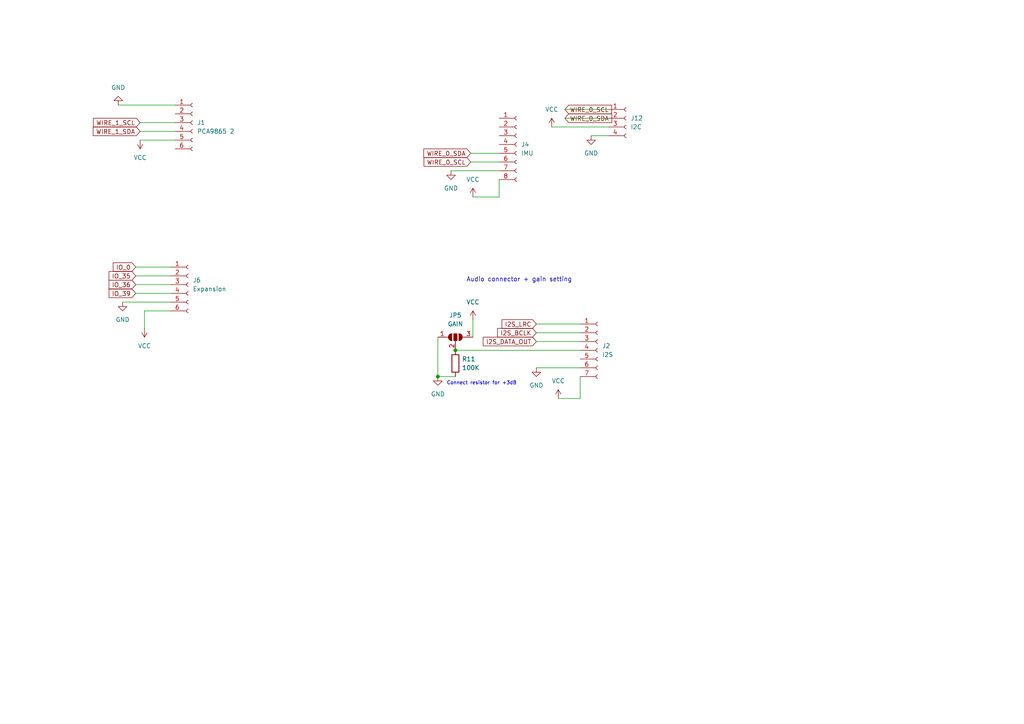
<source format=kicad_sch>
(kicad_sch (version 20211123) (generator eeschema)
  (paper "A4")
  (lib_symbols
    (symbol "Connector:Conn_01x04_Female" (pin_names (offset 1.016) hide)
      (property "Reference" "J" (at 0 5.08 0))
      (property "Value" "Conn_01x04_Female" (at 0 -7.62 0))
      (symbol "Conn_01x04_Female_1_1"
        (arc (start 0 -4.572) (mid -0.508 -5.08) (end 0 -5.588) (stroke (width 0.1524)))
        (arc (start 0 -2.032) (mid -0.508 -2.54) (end 0 -3.048) (stroke (width 0.1524)))
        (polyline (pts (xy -1.27 -5.08) (xy -0.508 -5.08)) (stroke (width 0.1524)))
        (polyline (pts (xy -1.27 -2.54) (xy -0.508 -2.54)) (stroke (width 0.1524)))
        (polyline (pts (xy -1.27 0) (xy -0.508 0)) (stroke (width 0.1524)))
        (polyline (pts (xy -1.27 2.54) (xy -0.508 2.54)) (stroke (width 0.1524)))
        (arc (start 0 0.508) (mid -0.508 0) (end 0 -0.508) (stroke (width 0.1524)))
        (arc (start 0 3.048) (mid -0.508 2.54) (end 0 2.032) (stroke (width 0.1524)))
        (pin passive line (at -5.08 2.54 0) (length 3.81) (name "Pin_1") (number "1"))
        (pin passive line (at -5.08 0 0) (length 3.81) (name "Pin_2") (number "2"))
        (pin passive line (at -5.08 -2.54 0) (length 3.81) (name "Pin_3") (number "3"))
        (pin passive line (at -5.08 -5.08 0) (length 3.81) (name "Pin_4") (number "4"))
      )
    )
    (symbol "Connector:Conn_01x06_Female" (pin_names (offset 1.016) hide)
      (property "Reference" "J" (at 0 7.62 0))
      (property "Value" "Conn_01x06_Female" (at 0 -10.16 0))
      (symbol "Conn_01x06_Female_1_1"
        (arc (start 0 -7.112) (mid -0.508 -7.62) (end 0 -8.128) (stroke (width 0.1524)))
        (arc (start 0 -4.572) (mid -0.508 -5.08) (end 0 -5.588) (stroke (width 0.1524)))
        (arc (start 0 -2.032) (mid -0.508 -2.54) (end 0 -3.048) (stroke (width 0.1524)))
        (polyline (pts (xy -1.27 -7.62) (xy -0.508 -7.62)) (stroke (width 0.1524)))
        (polyline (pts (xy -1.27 -5.08) (xy -0.508 -5.08)) (stroke (width 0.1524)))
        (polyline (pts (xy -1.27 -2.54) (xy -0.508 -2.54)) (stroke (width 0.1524)))
        (polyline (pts (xy -1.27 0) (xy -0.508 0)) (stroke (width 0.1524)))
        (polyline (pts (xy -1.27 2.54) (xy -0.508 2.54)) (stroke (width 0.1524)))
        (polyline (pts (xy -1.27 5.08) (xy -0.508 5.08)) (stroke (width 0.1524)))
        (arc (start 0 0.508) (mid -0.508 0) (end 0 -0.508) (stroke (width 0.1524)))
        (arc (start 0 3.048) (mid -0.508 2.54) (end 0 2.032) (stroke (width 0.1524)))
        (arc (start 0 5.588) (mid -0.508 5.08) (end 0 4.572) (stroke (width 0.1524)))
        (pin passive line (at -5.08 5.08 0) (length 3.81) (name "Pin_1") (number "1"))
        (pin passive line (at -5.08 2.54 0) (length 3.81) (name "Pin_2") (number "2"))
        (pin passive line (at -5.08 0 0) (length 3.81) (name "Pin_3") (number "3"))
        (pin passive line (at -5.08 -2.54 0) (length 3.81) (name "Pin_4") (number "4"))
        (pin passive line (at -5.08 -5.08 0) (length 3.81) (name "Pin_5") (number "5"))
        (pin passive line (at -5.08 -7.62 0) (length 3.81) (name "Pin_6") (number "6"))
      )
    )
    (symbol "Connector:Conn_01x07_Female" (pin_names (offset 1.016) hide)
      (property "Reference" "J" (at 0 10.16 0))
      (property "Value" "Conn_01x07_Female" (at 0 -10.16 0))
      (symbol "Conn_01x07_Female_1_1"
        (arc (start 0 -7.112) (mid -0.508 -7.62) (end 0 -8.128) (stroke (width 0.1524)))
        (arc (start 0 -4.572) (mid -0.508 -5.08) (end 0 -5.588) (stroke (width 0.1524)))
        (arc (start 0 -2.032) (mid -0.508 -2.54) (end 0 -3.048) (stroke (width 0.1524)))
        (polyline (pts (xy -1.27 -7.62) (xy -0.508 -7.62)) (stroke (width 0.1524)))
        (polyline (pts (xy -1.27 -5.08) (xy -0.508 -5.08)) (stroke (width 0.1524)))
        (polyline (pts (xy -1.27 -2.54) (xy -0.508 -2.54)) (stroke (width 0.1524)))
        (polyline (pts (xy -1.27 0) (xy -0.508 0)) (stroke (width 0.1524)))
        (polyline (pts (xy -1.27 2.54) (xy -0.508 2.54)) (stroke (width 0.1524)))
        (polyline (pts (xy -1.27 5.08) (xy -0.508 5.08)) (stroke (width 0.1524)))
        (polyline (pts (xy -1.27 7.62) (xy -0.508 7.62)) (stroke (width 0.1524)))
        (arc (start 0 0.508) (mid -0.508 0) (end 0 -0.508) (stroke (width 0.1524)))
        (arc (start 0 3.048) (mid -0.508 2.54) (end 0 2.032) (stroke (width 0.1524)))
        (arc (start 0 5.588) (mid -0.508 5.08) (end 0 4.572) (stroke (width 0.1524)))
        (arc (start 0 8.128) (mid -0.508 7.62) (end 0 7.112) (stroke (width 0.1524)))
        (pin passive line (at -5.08 7.62 0) (length 3.81) (name "Pin_1") (number "1"))
        (pin passive line (at -5.08 5.08 0) (length 3.81) (name "Pin_2") (number "2"))
        (pin passive line (at -5.08 2.54 0) (length 3.81) (name "Pin_3") (number "3"))
        (pin passive line (at -5.08 0 0) (length 3.81) (name "Pin_4") (number "4"))
        (pin passive line (at -5.08 -2.54 0) (length 3.81) (name "Pin_5") (number "5"))
        (pin passive line (at -5.08 -5.08 0) (length 3.81) (name "Pin_6") (number "6"))
        (pin passive line (at -5.08 -7.62 0) (length 3.81) (name "Pin_7") (number "7"))
      )
    )
    (symbol "Connector:Conn_01x08_Female" (pin_names (offset 1.016) hide)
      (property "Reference" "J" (at 0 10.16 0))
      (property "Value" "Conn_01x08_Female" (at 0 -12.7 0))
      (symbol "Conn_01x08_Female_1_1"
        (arc (start 0 -9.652) (mid -0.508 -10.16) (end 0 -10.668) (stroke (width 0.1524)))
        (arc (start 0 -7.112) (mid -0.508 -7.62) (end 0 -8.128) (stroke (width 0.1524)))
        (arc (start 0 -4.572) (mid -0.508 -5.08) (end 0 -5.588) (stroke (width 0.1524)))
        (arc (start 0 -2.032) (mid -0.508 -2.54) (end 0 -3.048) (stroke (width 0.1524)))
        (polyline (pts (xy -1.27 -10.16) (xy -0.508 -10.16)) (stroke (width 0.1524)))
        (polyline (pts (xy -1.27 -7.62) (xy -0.508 -7.62)) (stroke (width 0.1524)))
        (polyline (pts (xy -1.27 -5.08) (xy -0.508 -5.08)) (stroke (width 0.1524)))
        (polyline (pts (xy -1.27 -2.54) (xy -0.508 -2.54)) (stroke (width 0.1524)))
        (polyline (pts (xy -1.27 0) (xy -0.508 0)) (stroke (width 0.1524)))
        (polyline (pts (xy -1.27 2.54) (xy -0.508 2.54)) (stroke (width 0.1524)))
        (polyline (pts (xy -1.27 5.08) (xy -0.508 5.08)) (stroke (width 0.1524)))
        (polyline (pts (xy -1.27 7.62) (xy -0.508 7.62)) (stroke (width 0.1524)))
        (arc (start 0 0.508) (mid -0.508 0) (end 0 -0.508) (stroke (width 0.1524)))
        (arc (start 0 3.048) (mid -0.508 2.54) (end 0 2.032) (stroke (width 0.1524)))
        (arc (start 0 5.588) (mid -0.508 5.08) (end 0 4.572) (stroke (width 0.1524)))
        (arc (start 0 8.128) (mid -0.508 7.62) (end 0 7.112) (stroke (width 0.1524)))
        (pin passive line (at -5.08 7.62 0) (length 3.81) (name "Pin_1") (number "1"))
        (pin passive line (at -5.08 5.08 0) (length 3.81) (name "Pin_2") (number "2"))
        (pin passive line (at -5.08 2.54 0) (length 3.81) (name "Pin_3") (number "3"))
        (pin passive line (at -5.08 0 0) (length 3.81) (name "Pin_4") (number "4"))
        (pin passive line (at -5.08 -2.54 0) (length 3.81) (name "Pin_5") (number "5"))
        (pin passive line (at -5.08 -5.08 0) (length 3.81) (name "Pin_6") (number "6"))
        (pin passive line (at -5.08 -7.62 0) (length 3.81) (name "Pin_7") (number "7"))
        (pin passive line (at -5.08 -10.16 0) (length 3.81) (name "Pin_8") (number "8"))
      )
    )
    (symbol "Device:R" (pin_numbers hide) (pin_names (offset 0))
      (property "Reference" "R" (at 2.032 0 90))
      (property "Value" "R" (at 0 0 90))
      (symbol "R_0_1"
        (rectangle (start -1.016 -2.54) (end 1.016 2.54) (stroke (width 0.254)))
      )
      (symbol "R_1_1"
        (pin passive line (at 0 3.81 270) (length 1.27) (name "~") (number "1"))
        (pin passive line (at 0 -3.81 90) (length 1.27) (name "~") (number "2"))
      )
    )
    (symbol "Jumper:SolderJumper_3_Open" (pin_names (offset 0) hide)
      (property "Reference" "JP" (at -2.54 -2.54 0))
      (property "Value" "SolderJumper_3_Open" (at 0 2.794 0))
      (symbol "SolderJumper_3_Open_0_1"
        (arc (start -1.016 1.016) (mid -2.032 0) (end -1.016 -1.016))
        (arc (start -1.016 1.016) (mid -2.032 0) (end -1.016 -1.016) (fill (type outline)))
        (rectangle (start -0.508 1.016) (end 0.508 -1.016) (fill (type outline)))
        (polyline (pts (xy -2.54 0) (xy -2.032 0)))
        (polyline (pts (xy -1.016 1.016) (xy -1.016 -1.016)))
        (polyline (pts (xy 0 -1.27) (xy 0 -1.016)))
        (polyline (pts (xy 1.016 1.016) (xy 1.016 -1.016)))
        (polyline (pts (xy 2.54 0) (xy 2.032 0)))
        (arc (start 1.016 -1.016) (mid 2.032 0) (end 1.016 1.016))
        (arc (start 1.016 -1.016) (mid 2.032 0) (end 1.016 1.016) (fill (type outline)))
      )
      (symbol "SolderJumper_3_Open_1_1"
        (pin passive line (at -5.08 0 0) (length 2.54) (name "A") (number "1"))
        (pin passive line (at 0 -3.81 90) (length 2.54) (name "C") (number "2"))
        (pin passive line (at 5.08 0 180) (length 2.54) (name "B") (number "3"))
      )
    )
    (symbol "power:GND" (power) (pin_names (offset 0))
      (property "Value" "GND" (at 0 -3.81 0))
      (symbol "GND_0_1"
        (polyline (pts (xy 0 0) (xy 0 -1.27) (xy 1.27 -1.27) (xy 0 -2.54) (xy -1.27 -1.27) (xy 0 -1.27)))
      )
      (symbol "GND_1_1"
        (pin power_in line (at 0 0 270) (length 0) hide (name "GND") (number "1"))
      )
    )
    (symbol "power:VCC" (power) (pin_names (offset 0))
      (property "Value" "VCC" (at 0 3.81 0))
      (symbol "VCC_0_1"
        (polyline (pts (xy -0.762 1.27) (xy 0 2.54)))
        (polyline (pts (xy 0 0) (xy 0 2.54)))
        (polyline (pts (xy 0 2.54) (xy 0.762 1.27)))
      )
      (symbol "VCC_1_1"
        (pin power_in line (at 0 0 90) (length 0) hide (name "VCC") (number "1"))
      )
    )
  )
  (junction (at 127 109.22))
  (junction (at 132.08 101.6))
  (wire (pts (xy 155.575 93.98) (xy 168.275 93.98)))
  (wire (pts (xy 39.37 82.55) (xy 49.53 82.55)))
  (wire (pts (xy 163.83 34.29) (xy 176.53 34.29)))
  (wire (pts (xy 127 109.22) (xy 132.08 109.22)))
  (wire (pts (xy 155.575 99.06) (xy 168.275 99.06)))
  (wire (pts (xy 136.525 46.99) (xy 144.78 46.99)))
  (wire (pts (xy 34.29 30.48) (xy 50.8 30.48)))
  (wire (pts (xy 160.02 36.83) (xy 176.53 36.83)))
  (wire (pts (xy 137.16 92.71) (xy 137.16 97.79)))
  (wire (pts (xy 155.575 96.52) (xy 168.275 96.52)))
  (wire (pts (xy 132.08 101.6) (xy 168.275 101.6)))
  (wire (pts (xy 127 97.79) (xy 127 109.22)))
  (wire (pts (xy 40.64 38.1) (xy 50.8 38.1)))
  (wire (pts (xy 130.81 49.53) (xy 144.78 49.53)))
  (wire (pts (xy 40.64 40.64) (xy 50.8 40.64)))
  (wire (pts (xy 39.37 85.09) (xy 49.53 85.09)))
  (wire (pts (xy 168.275 109.22) (xy 168.275 115.57)))
  (wire (pts (xy 161.925 115.57) (xy 168.275 115.57)))
  (wire (pts (xy 40.64 35.56) (xy 50.8 35.56)))
  (wire (pts (xy 155.575 106.68) (xy 168.275 106.68)))
  (wire (pts (xy 137.16 57.15) (xy 144.78 57.15)))
  (wire (pts (xy 171.45 39.37) (xy 176.53 39.37)))
  (wire (pts (xy 35.56 87.63) (xy 49.53 87.63)))
  (wire (pts (xy 144.78 52.07) (xy 144.78 57.15)))
  (wire (pts (xy 39.37 77.47) (xy 49.53 77.47)))
  (wire (pts (xy 39.37 80.01) (xy 49.53 80.01)))
  (wire (pts (xy 163.83 31.75) (xy 176.53 31.75)))
  (wire (pts (xy 136.525 44.45) (xy 144.78 44.45)))
  (wire (pts (xy 41.91 95.25) (xy 41.91 90.17)))
  (wire (pts (xy 41.91 90.17) (xy 49.53 90.17)))
  (text "Connect resistor for +3dB" (at 129.54 111.76 0) (effects (font (size 1 1)) (justify left bottom)))
  (text "Audio connector + gain setting" (at 135.255 81.915 0) (effects (font (size 1.27 1.27)) (justify left bottom)))
  (global_label "WIRE_0_SDA" (shape input) (at 136.525 44.45 180) (property "Intersheet References" "${INTERSHEET_REFS}" (effects hide)))
  (global_label "IO_36" (shape input) (at 39.37 82.55 180) (property "Intersheet References" "${INTERSHEET_REFS}" (effects hide)))
  (global_label "WIRE_1_SDA" (shape input) (at 40.64 38.1 180) (property "Intersheet References" "${INTERSHEET_REFS}" (effects hide)))
  (global_label "WIRE_1_SCL" (shape input) (at 40.64 35.56 180) (property "Intersheet References" "${INTERSHEET_REFS}" (effects hide)))
  (global_label "WIRE_0_SDA" (shape input) (at 163.83 34.29 0) (property "Intersheet References" "${INTERSHEET_REFS}" (effects hide)))
  (global_label "IO_35" (shape input) (at 39.37 80.01 180) (property "Intersheet References" "${INTERSHEET_REFS}" (effects hide)))
  (global_label "I2S_DATA_OUT" (shape input) (at 155.575 99.06 180) (property "Intersheet References" "${INTERSHEET_REFS}" (effects hide)))
  (global_label "IO_0" (shape input) (at 39.37 77.47 180) (property "Intersheet References" "${INTERSHEET_REFS}" (effects hide)))
  (global_label "WIRE_0_SCL" (shape input) (at 163.83 31.75 0) (property "Intersheet References" "${INTERSHEET_REFS}" (effects hide)))
  (global_label "WIRE_0_SCL" (shape input) (at 136.525 46.99 180) (property "Intersheet References" "${INTERSHEET_REFS}" (effects hide)))
  (global_label "I2S_LRC" (shape input) (at 155.575 93.98 180) (property "Intersheet References" "${INTERSHEET_REFS}" (effects hide)))
  (global_label "I2S_BCLK" (shape input) (at 155.575 96.52 180) (property "Intersheet References" "${INTERSHEET_REFS}" (effects hide)))
  (global_label "IO_39" (shape input) (at 39.37 85.09 180) (property "Intersheet References" "${INTERSHEET_REFS}" (effects hide)))
  (symbol (lib_id "power:GND") (at 35.56 87.63 0) (unit 1)
    (property "Reference" "#PWR0104" (effects hide))
    (property "Value" "GND" (at 35.56 92.71 0))
  )
  (symbol (lib_id "power:VCC") (at 41.91 95.25 0) (mirror x) (unit 1)
    (property "Reference" "#PWR0105" (effects hide))
    (property "Value" "VCC" (at 41.91 100.33 0))
  )
  (symbol (lib_id "power:VCC") (at 137.16 92.71 0) (unit 1)
    (property "Reference" "#PWR0109" (effects hide))
    (property "Value" "VCC" (at 137.16 87.63 0))
  )
  (symbol (lib_id "power:VCC") (at 40.64 40.64 0) (mirror x) (unit 1)
    (property "Reference" "#PWR0103" (effects hide))
    (property "Value" "VCC" (at 40.64 45.72 0))
  )
  (symbol (lib_id "power:GND") (at 127 109.22 0) (unit 1)
    (property "Reference" "#PWR0108" (effects hide))
    (property "Value" "GND" (at 127 114.3 0))
  )
  (symbol (lib_id "Connector:Conn_01x06_Female") (at 55.88 35.56 0) (unit 1)
    (property "Reference" "J1" (at 57.15 35.5599 0) (effects (justify left)))
    (property "Value" "PCA9865 2" (at 57.15 38.0999 0) (effects (justify left)))
    (property "Footprint" "Connector_PinSocket_2.54mm:PinSocket_1x06_P2.54mm_Vertical" (effects hide))
  )
  (symbol (lib_id "power:GND") (at 171.45 39.37 0) (unit 1)
    (property "Reference" "#PWR0113" (effects hide))
    (property "Value" "GND" (at 171.45 44.45 0))
  )
  (symbol (lib_id "Connector:Conn_01x08_Female") (at 149.86 41.91 0) (unit 1)
    (property "Reference" "J4" (at 151.13 41.9099 0) (effects (justify left)))
    (property "Value" "IMU" (at 151.13 44.4499 0) (effects (justify left)))
    (property "Footprint" "Connector_PinSocket_2.54mm:PinSocket_1x08_P2.54mm_Vertical" (effects hide))
  )
  (symbol (lib_id "Connector:Conn_01x07_Female") (at 173.355 101.6 0) (unit 1)
    (property "Reference" "J2" (at 174.625 100.3299 0) (effects (justify left)))
    (property "Value" "I2S" (at 174.625 102.8699 0) (effects (justify left)))
    (property "Footprint" "Connector_PinSocket_2.54mm:PinSocket_1x07_P2.54mm_Vertical" (effects hide))
  )
  (symbol (lib_id "Connector:Conn_01x06_Female") (at 54.61 82.55 0) (unit 1)
    (property "Reference" "J6" (at 55.88 81.2799 0) (effects (justify left)))
    (property "Value" "Expansion" (at 55.88 83.8199 0) (effects (justify left)))
    (property "Footprint" "Connector_PinSocket_2.54mm:PinSocket_1x07_P2.54mm_Vertical" (effects hide))
  )
  (symbol (lib_id "power:GND") (at 155.575 106.68 0) (unit 1)
    (property "Reference" "#PWR0106" (effects hide))
    (property "Value" "GND" (at 155.575 111.76 0))
  )
  (symbol (lib_id "Connector:Conn_01x04_Female") (at 181.61 34.29 0) (unit 1)
    (property "Reference" "J12" (at 182.88 34.2899 0) (effects (justify left)))
    (property "Value" "I2C" (at 182.88 36.8299 0) (effects (justify left)))
    (property "Footprint" "Connector_PinSocket_2.54mm:PinSocket_1x04_P2.54mm_Vertical" (effects hide))
  )
  (symbol (lib_id "power:VCC") (at 137.16 57.15 0) (unit 1)
    (property "Reference" "#PWR0111" (effects hide))
    (property "Value" "VCC" (at 137.16 52.07 0))
  )
  (symbol (lib_id "power:GND") (at 130.81 49.53 0) (unit 1)
    (property "Reference" "#PWR0110" (effects hide))
    (property "Value" "GND" (at 130.81 54.61 0))
  )
  (symbol (lib_id "power:GND") (at 34.29 30.48 0) (mirror x) (unit 1)
    (property "Reference" "#PWR0102" (effects hide))
    (property "Value" "GND" (at 34.29 25.4 0))
  )
  (symbol (lib_id "Device:R") (at 132.08 105.41 180) (unit 1)
    (property "Reference" "R11" (at 133.985 104.1399 0) (effects (justify right)))
    (property "Value" "100K" (at 133.985 106.6799 0) (effects (justify right)))
    (property "Footprint" "Resistor_SMD:R_1206_3216Metric_Pad1.30x1.75mm_HandSolder" (effects hide))
  )
  (symbol (lib_id "power:VCC") (at 160.02 36.83 0) (unit 1)
    (property "Reference" "#PWR0112" (effects hide))
    (property "Value" "VCC" (at 160.02 31.75 0))
  )
  (symbol (lib_id "Jumper:SolderJumper_3_Open") (at 132.08 97.79 0) (unit 1)
    (property "Reference" "JP5" (at 132.08 91.44 0))
    (property "Value" "GAIN" (at 132.08 93.98 0))
    (property "Footprint" "SolderJumper-3_P1.3mm_Open_RoundedPad1.0x1.5mm" (effects hide))
  )
  (symbol (lib_id "power:VCC") (at 161.925 115.57 0) (unit 1)
    (property "Reference" "#PWR0107" (effects hide))
    (property "Value" "VCC" (at 161.925 110.49 0))
  )
)
</source>
